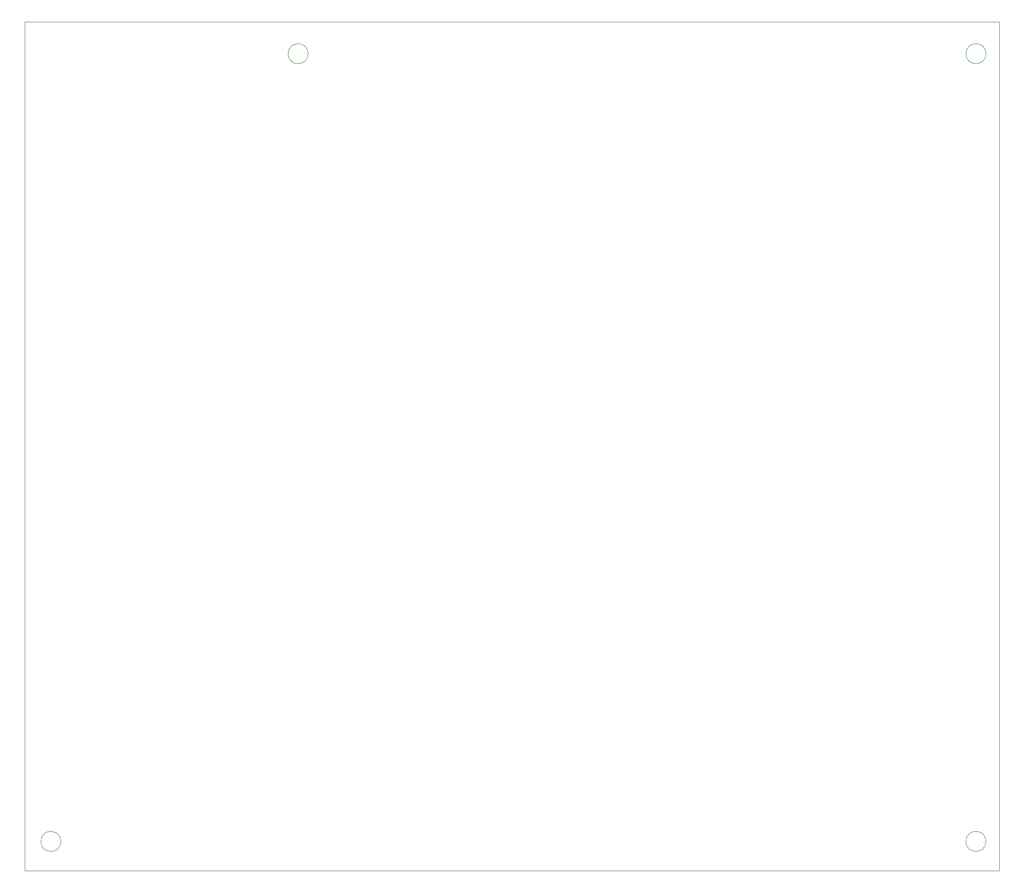
<source format=gbr>
%TF.GenerationSoftware,KiCad,Pcbnew,(6.0.5)*%
%TF.CreationDate,2022-10-04T16:53:02+09:00*%
%TF.ProjectId,DASHBOARD,44415348-424f-4415-9244-2e6b69636164,rev?*%
%TF.SameCoordinates,Original*%
%TF.FileFunction,Profile,NP*%
%FSLAX46Y46*%
G04 Gerber Fmt 4.6, Leading zero omitted, Abs format (unit mm)*
G04 Created by KiCad (PCBNEW (6.0.5)) date 2022-10-04 16:53:02*
%MOMM*%
%LPD*%
G01*
G04 APERTURE LIST*
%TA.AperFunction,Profile*%
%ADD10C,0.100000*%
%TD*%
G04 APERTURE END LIST*
D10*
X137894000Y-70636000D02*
G75*
G03*
X137894000Y-70636000I-1750000J0D01*
G01*
X256258000Y-208280000D02*
G75*
G03*
X256258000Y-208280000I-1750000J0D01*
G01*
X88392000Y-65024000D02*
X258572000Y-65024000D01*
X258572000Y-65024000D02*
X258572000Y-213360000D01*
X258572000Y-213360000D02*
X88392000Y-213360000D01*
X88392000Y-213360000D02*
X88392000Y-65024000D01*
X94714000Y-208280000D02*
G75*
G03*
X94714000Y-208280000I-1750000J0D01*
G01*
X256258000Y-70636000D02*
G75*
G03*
X256258000Y-70636000I-1750000J0D01*
G01*
M02*

</source>
